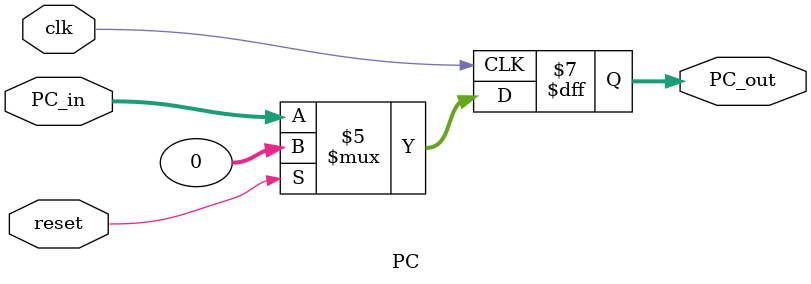
<source format=v>


`define loaded

module PC  (
	input [31:0] PC_in,
    input clk, reset,
    
	output reg [31:0] PC_out
);
	initial begin
		PC_out <= 0;
	end

	
	always @(posedge clk) begin
		
		if(reset==1'b1)
			PC_out <= 0;
		else
			PC_out <= PC_in;
	end

endmodule
</source>
